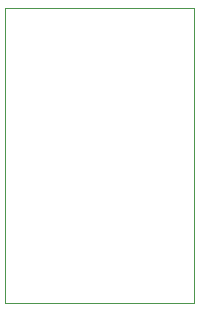
<source format=gbr>
%TF.GenerationSoftware,KiCad,Pcbnew,(5.1.6)-1*%
%TF.CreationDate,2021-01-29T18:20:16+05:30*%
%TF.ProjectId,Bluetooth_Module,426c7565-746f-46f7-9468-5f4d6f64756c,rev?*%
%TF.SameCoordinates,Original*%
%TF.FileFunction,Profile,NP*%
%FSLAX46Y46*%
G04 Gerber Fmt 4.6, Leading zero omitted, Abs format (unit mm)*
G04 Created by KiCad (PCBNEW (5.1.6)-1) date 2021-01-29 18:20:16*
%MOMM*%
%LPD*%
G01*
G04 APERTURE LIST*
%TA.AperFunction,Profile*%
%ADD10C,0.120000*%
%TD*%
G04 APERTURE END LIST*
D10*
X100000000Y-100000000D02*
X100000000Y-75000000D01*
X116000000Y-100000000D02*
X100000000Y-100000000D01*
X116000000Y-75000000D02*
X116000000Y-100000000D01*
X100000000Y-75000000D02*
X116000000Y-75000000D01*
M02*

</source>
